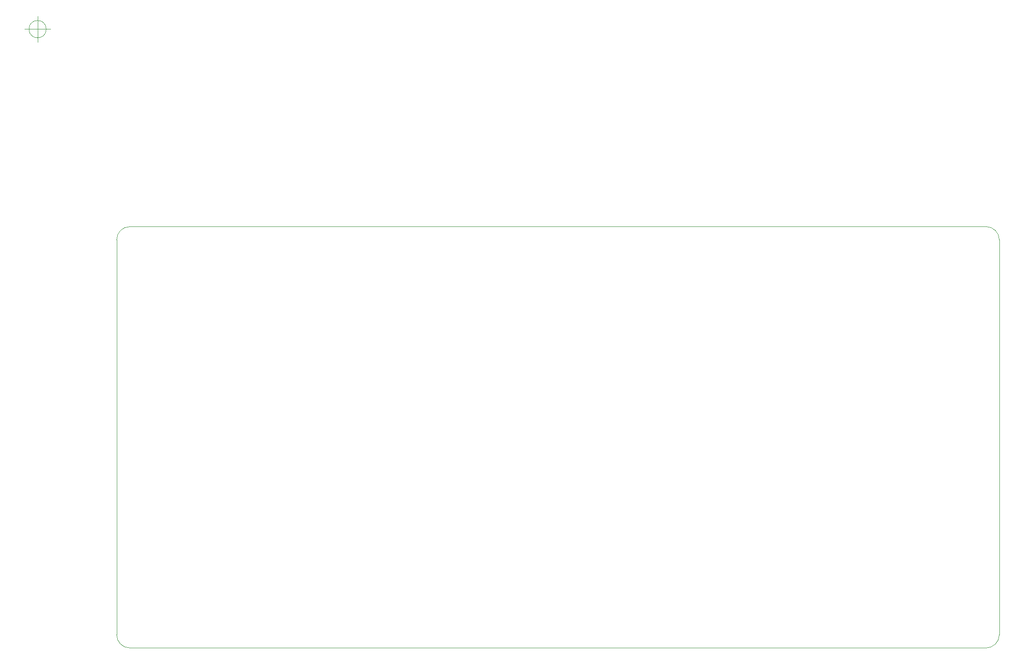
<source format=gbr>
%TF.GenerationSoftware,KiCad,Pcbnew,6.0.2+dfsg-1*%
%TF.CreationDate,2022-12-07T15:13:49-05:00*%
%TF.ProjectId,dragon-lair-board,64726167-6f6e-42d6-9c61-69722d626f61,rev?*%
%TF.SameCoordinates,Original*%
%TF.FileFunction,Profile,NP*%
%FSLAX46Y46*%
G04 Gerber Fmt 4.6, Leading zero omitted, Abs format (unit mm)*
G04 Created by KiCad (PCBNEW 6.0.2+dfsg-1) date 2022-12-07 15:13:49*
%MOMM*%
%LPD*%
G01*
G04 APERTURE LIST*
%TA.AperFunction,Profile*%
%ADD10C,0.100000*%
%TD*%
G04 APERTURE END LIST*
D10*
X195580000Y-50800000D02*
X30480000Y-50800000D01*
X30480000Y-132080000D02*
X195580000Y-132080000D01*
X30480000Y-50800000D02*
G75*
G03*
X27940000Y-53340000I1J-2540001D01*
G01*
X198120000Y-53340000D02*
G75*
G03*
X195580000Y-50800000I-2540001J-1D01*
G01*
X198120000Y-129540000D02*
X198120000Y-53340000D01*
X27940000Y-129540000D02*
G75*
G03*
X30480000Y-132080000I2540001J1D01*
G01*
X27940000Y-53340000D02*
X27940000Y-129540000D01*
X195580000Y-132080000D02*
G75*
G03*
X198120000Y-129540000I-1J2540001D01*
G01*
X14366666Y-12700000D02*
G75*
G03*
X14366666Y-12700000I-1666666J0D01*
G01*
X10200000Y-12700000D02*
X15200000Y-12700000D01*
X12700000Y-10200000D02*
X12700000Y-15200000D01*
M02*

</source>
